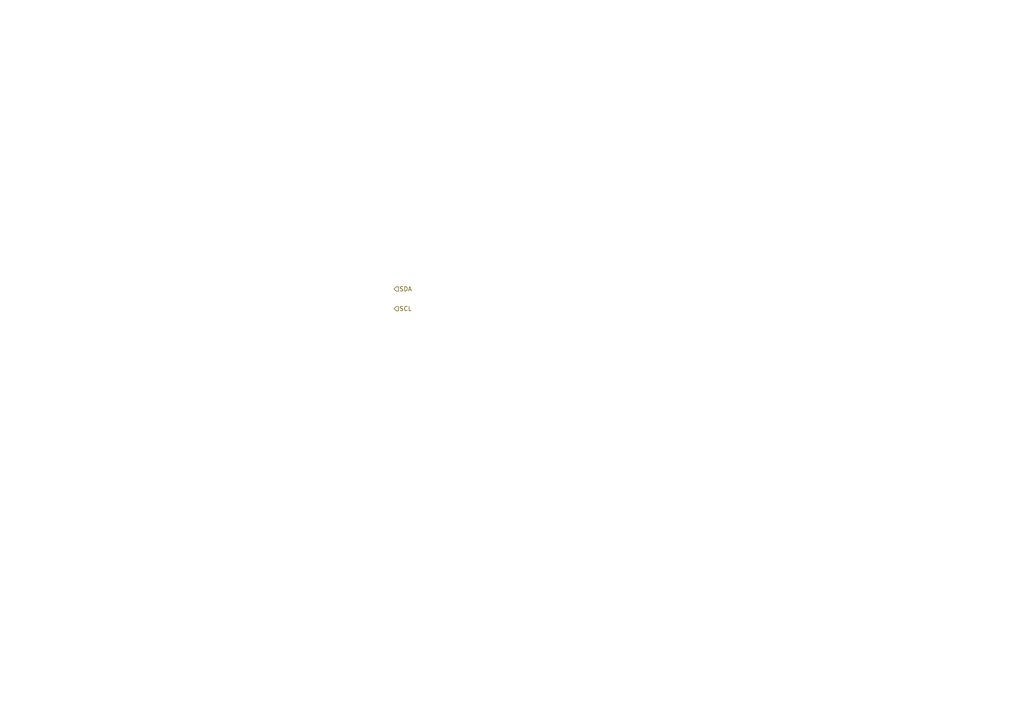
<source format=kicad_sch>
(kicad_sch (version 20230121) (generator eeschema)
  (paper "A4")
  (title_block (title "CANBoard-Base") (date "2024-07-13") (rev "v1") (company "Dingo Electronics") (comment 1 "github.com/corygrant") (comment 2 "Cory Grant"))
  (lib_symbols)
  (hierarchical_label "SDA" (shape input) (at 114.3 83.82 0))
  (hierarchical_label "SCL" (shape input) (at 114.3 89.535 0))
)
</source>
